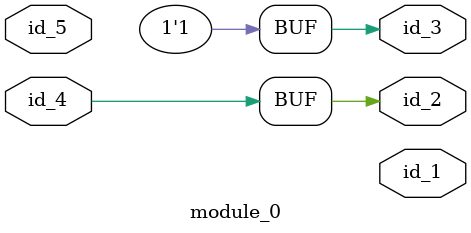
<source format=v>
module module_0 (
    id_1,
    id_2,
    id_3,
    id_4,
    id_5
);
  inout id_5;
  inout id_4;
  output id_3;
  output id_2;
  output id_1;
  initial begin
    id_2 <= id_4;
    id_3 <= 1;
  end
endmodule

</source>
